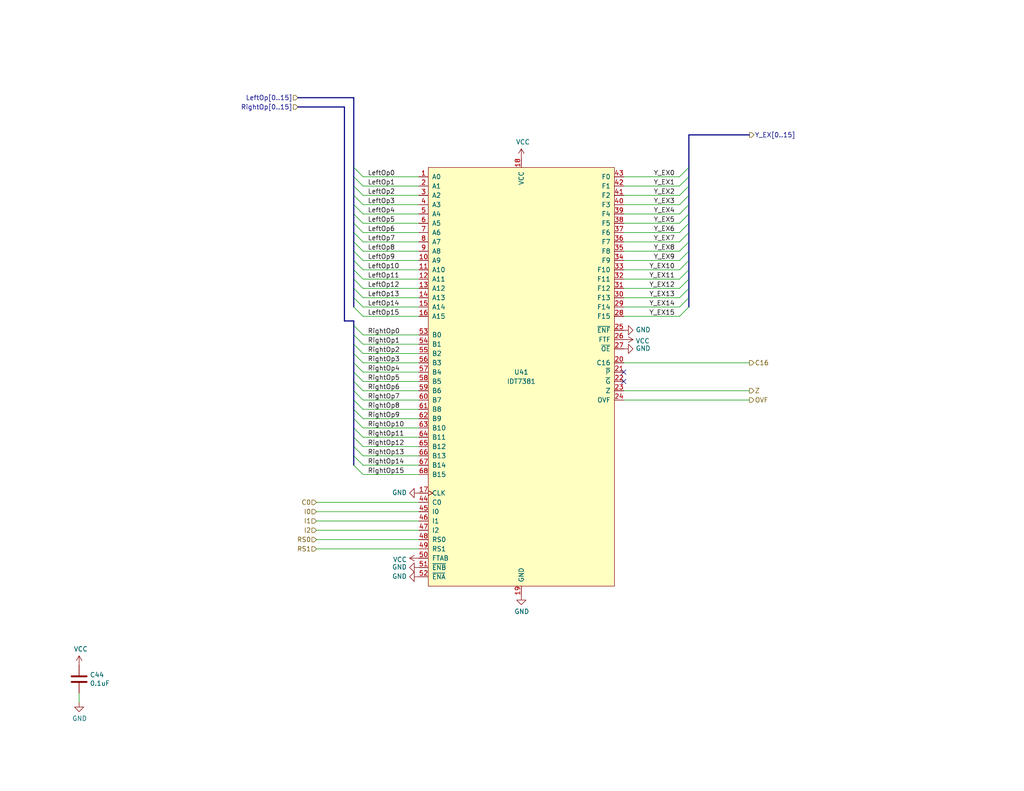
<source format=kicad_sch>
(kicad_sch (version 20230121) (generator eeschema)
  (paper "USLetter")
  (title_block (title "ALU") (date "2023-11-25") (rev "A") (comment 2 "are latched in registers in other parts of the circuit.") (comment 3 "This is configured for pure combinatorial operation where operands and outputs") (comment 4 "The ALU is built around the IDT 7381 sixteen-bit monolithic ALU IC."))
  (lib_symbols
    (symbol "Device:C" (pin_numbers hide) (pin_names (offset 0.254))
      (property "Reference" "C" (at 0.635 2.54 0))
      (property "Value" "C" (at 0.635 -2.54 0))
      (symbol "C_0_1"
        (polyline (pts (xy -2.032 -0.762) (xy 2.032 -0.762)) (stroke (width 0.508)))
        (polyline (pts (xy -2.032 0.762) (xy 2.032 0.762)) (stroke (width 0.508)))
      )
      (symbol "C_1_1"
        (pin passive line (at 0 3.81 270) (length 2.794) (name "~") (number "1"))
        (pin passive line (at 0 -3.81 90) (length 2.794) (name "~") (number "2"))
      )
    )
    (symbol "Turtle16:IDT7381" (pin_names (offset 1.016))
      (symbol "IDT7381_0_1"
        (rectangle (start -25.4 57.15) (end 25.4 -57.15) (fill (type background)))
      )
      (symbol "IDT7381_1_1"
        (pin input line (at -27.94 54.61 0) (length 2.54) (name "A0") (number "1"))
        (pin input line (at -27.94 31.75 0) (length 2.54) (name "A9") (number "10"))
        (pin input line (at -27.94 29.21 0) (length 2.54) (name "A10") (number "11"))
        (pin input line (at -27.94 26.67 0) (length 2.54) (name "A11") (number "12"))
        (pin input line (at -27.94 24.13 0) (length 2.54) (name "A12") (number "13"))
        (pin input line (at -27.94 21.59 0) (length 2.54) (name "A13") (number "14"))
        (pin input line (at -27.94 19.05 0) (length 2.54) (name "A14") (number "15"))
        (pin input line (at -27.94 16.51 0) (length 2.54) (name "A15") (number "16"))
        (pin input clock (at -27.94 -31.75 0) (length 2.54) (name "CLK") (number "17"))
        (pin power_in line (at 0 59.69 270) (length 2.54) (name "VCC") (number "18"))
        (pin power_in line (at 0 -59.69 90) (length 2.54) (name "GND") (number "19"))
        (pin input line (at -27.94 52.07 0) (length 2.54) (name "A1") (number "2"))
        (pin output line (at 27.94 3.81 180) (length 2.54) (name "C16") (number "20"))
        (pin output line (at 27.94 1.27 180) (length 2.54) (name "~{P}") (number "21"))
        (pin output line (at 27.94 -1.27 180) (length 2.54) (name "~{G}") (number "22"))
        (pin output line (at 27.94 -3.81 180) (length 2.54) (name "Z") (number "23"))
        (pin output line (at 27.94 -6.35 180) (length 2.54) (name "OVF") (number "24"))
        (pin input line (at 27.94 12.7 180) (length 2.54) (name "~{ENF}") (number "25"))
        (pin input line (at 27.94 10.16 180) (length 2.54) (name "FTF") (number "26"))
        (pin input line (at 27.94 7.62 180) (length 2.54) (name "~{OE}") (number "27"))
        (pin tri_state line (at 27.94 16.51 180) (length 2.54) (name "F15") (number "28"))
        (pin tri_state line (at 27.94 19.05 180) (length 2.54) (name "F14") (number "29"))
        (pin input line (at -27.94 49.53 0) (length 2.54) (name "A2") (number "3"))
        (pin tri_state line (at 27.94 21.59 180) (length 2.54) (name "F13") (number "30"))
        (pin tri_state line (at 27.94 24.13 180) (length 2.54) (name "F12") (number "31"))
        (pin tri_state line (at 27.94 26.67 180) (length 2.54) (name "F11") (number "32"))
        (pin tri_state line (at 27.94 29.21 180) (length 2.54) (name "F10") (number "33"))
        (pin tri_state line (at 27.94 31.75 180) (length 2.54) (name "F9") (number "34"))
        (pin tri_state line (at 27.94 34.29 180) (length 2.54) (name "F8") (number "35"))
        (pin tri_state line (at 27.94 36.83 180) (length 2.54) (name "F7") (number "36"))
        (pin tri_state line (at 27.94 39.37 180) (length 2.54) (name "F6") (number "37"))
        (pin tri_state line (at 27.94 41.91 180) (length 2.54) (name "F5") (number "38"))
        (pin tri_state line (at 27.94 44.45 180) (length 2.54) (name "F4") (number "39"))
        (pin input line (at -27.94 46.99 0) (length 2.54) (name "A3") (number "4"))
        (pin tri_state line (at 27.94 46.99 180) (length 2.54) (name "F3") (number "40"))
        (pin tri_state line (at 27.94 49.53 180) (length 2.54) (name "F2") (number "41"))
        (pin tri_state line (at 27.94 52.07 180) (length 2.54) (name "F1") (number "42"))
        (pin tri_state line (at 27.94 54.61 180) (length 2.54) (name "F0") (number "43"))
        (pin input line (at -27.94 -34.29 0) (length 2.54) (name "C0") (number "44"))
        (pin input line (at -27.94 -36.83 0) (length 2.54) (name "I0") (number "45"))
        (pin input line (at -27.94 -39.37 0) (length 2.54) (name "I1") (number "46"))
        (pin input line (at -27.94 -41.91 0) (length 2.54) (name "I2") (number "47"))
        (pin input line (at -27.94 -44.45 0) (length 2.54) (name "RS0") (number "48"))
        (pin input line (at -27.94 -46.99 0) (length 2.54) (name "RS1") (number "49"))
        (pin input line (at -27.94 44.45 0) (length 2.54) (name "A4") (number "5"))
        (pin input line (at -27.94 -49.53 0) (length 2.54) (name "FTAB") (number "50"))
        (pin input line (at -27.94 -52.07 0) (length 2.54) (name "~{ENB}") (number "51"))
        (pin input line (at -27.94 -54.61 0) (length 2.54) (name "~{ENA}") (number "52"))
        (pin input line (at -27.94 11.43 0) (length 2.54) (name "B0") (number "53"))
        (pin input line (at -27.94 8.89 0) (length 2.54) (name "B1") (number "54"))
        (pin input line (at -27.94 6.35 0) (length 2.54) (name "B2") (number "55"))
        (pin input line (at -27.94 3.81 0) (length 2.54) (name "B3") (number "56"))
        (pin input line (at -27.94 1.27 0) (length 2.54) (name "B4") (number "57"))
        (pin input line (at -27.94 -1.27 0) (length 2.54) (name "B5") (number "58"))
        (pin input line (at -27.94 -3.81 0) (length 2.54) (name "B6") (number "59"))
        (pin input line (at -27.94 41.91 0) (length 2.54) (name "A5") (number "6"))
        (pin input line (at -27.94 -6.35 0) (length 2.54) (name "B7") (number "60"))
        (pin input line (at -27.94 -8.89 0) (length 2.54) (name "B8") (number "61"))
        (pin input line (at -27.94 -11.43 0) (length 2.54) (name "B9") (number "62"))
        (pin input line (at -27.94 -13.97 0) (length 2.54) (name "B10") (number "63"))
        (pin input line (at -27.94 -16.51 0) (length 2.54) (name "B11") (number "64"))
        (pin input line (at -27.94 -19.05 0) (length 2.54) (name "B12") (number "65"))
        (pin input line (at -27.94 -21.59 0) (length 2.54) (name "B13") (number "66"))
        (pin input line (at -27.94 -24.13 0) (length 2.54) (name "B14") (number "67"))
        (pin input line (at -27.94 -26.67 0) (length 2.54) (name "B15") (number "68"))
        (pin input line (at -27.94 39.37 0) (length 2.54) (name "A6") (number "7"))
        (pin input line (at -27.94 36.83 0) (length 2.54) (name "A7") (number "8"))
        (pin input line (at -27.94 34.29 0) (length 2.54) (name "A8") (number "9"))
      )
    )
    (symbol "power:GND" (power) (pin_names (offset 0))
      (property "Value" "GND" (at 0 -3.81 0))
      (symbol "GND_0_1"
        (polyline (pts (xy 0 0) (xy 0 -1.27) (xy 1.27 -1.27) (xy 0 -2.54) (xy -1.27 -1.27) (xy 0 -1.27)))
      )
      (symbol "GND_1_1"
        (pin power_in line (at 0 0 270) (length 0) hide (name "GND") (number "1"))
      )
    )
    (symbol "power:VCC" (power) (pin_names (offset 0))
      (property "Value" "VCC" (at 0 3.81 0))
      (symbol "VCC_0_1"
        (polyline (pts (xy -0.762 1.27) (xy 0 2.54)))
        (polyline (pts (xy 0 0) (xy 0 2.54)))
        (polyline (pts (xy 0 2.54) (xy 0.762 1.27)))
      )
      (symbol "VCC_1_1"
        (pin power_in line (at 0 0 90) (length 0) hide (name "VCC") (number "1"))
      )
    )
  )
  (no_connect (at 170.18 104.14))
  (no_connect (at 170.18 101.6))
  (bus_entry (at 99.06 129.54) (size -2.54 -2.54))
  (bus_entry (at 99.06 66.04) (size -2.54 -2.54))
  (bus_entry (at 99.06 68.58) (size -2.54 -2.54))
  (bus_entry (at 99.06 99.06) (size -2.54 -2.54))
  (bus_entry (at 99.06 81.28) (size -2.54 -2.54))
  (bus_entry (at 99.06 63.5) (size -2.54 -2.54))
  (bus_entry (at 99.06 76.2) (size -2.54 -2.54))
  (bus_entry (at 99.06 55.88) (size -2.54 -2.54))
  (bus_entry (at 99.06 111.76) (size -2.54 -2.54))
  (bus_entry (at 99.06 93.98) (size -2.54 -2.54))
  (bus_entry (at 99.06 73.66) (size -2.54 -2.54))
  (bus_entry (at 99.06 127) (size -2.54 -2.54))
  (bus_entry (at 99.06 83.82) (size -2.54 -2.54))
  (bus_entry (at 99.06 71.12) (size -2.54 -2.54))
  (bus_entry (at 185.42 58.42) (size 2.54 -2.54))
  (bus_entry (at 99.06 48.26) (size -2.54 -2.54))
  (bus_entry (at 185.42 50.8) (size 2.54 -2.54))
  (bus_entry (at 99.06 58.42) (size -2.54 -2.54))
  (bus_entry (at 185.42 83.82) (size 2.54 -2.54))
  (bus_entry (at 99.06 50.8) (size -2.54 -2.54))
  (bus_entry (at 99.06 86.36) (size -2.54 -2.54))
  (bus_entry (at 99.06 78.74) (size -2.54 -2.54))
  (bus_entry (at 185.42 55.88) (size 2.54 -2.54))
  (bus_entry (at 99.06 104.14) (size -2.54 -2.54))
  (bus_entry (at 99.06 121.92) (size -2.54 -2.54))
  (bus_entry (at 99.06 101.6) (size -2.54 -2.54))
  (bus_entry (at 99.06 60.96) (size -2.54 -2.54))
  (bus_entry (at 185.42 78.74) (size 2.54 -2.54))
  (bus_entry (at 99.06 96.52) (size -2.54 -2.54))
  (bus_entry (at 99.06 106.68) (size -2.54 -2.54))
  (bus_entry (at 99.06 116.84) (size -2.54 -2.54))
  (bus_entry (at 99.06 124.46) (size -2.54 -2.54))
  (bus_entry (at 99.06 53.34) (size -2.54 -2.54))
  (bus_entry (at 185.42 76.2) (size 2.54 -2.54))
  (bus_entry (at 185.42 53.34) (size 2.54 -2.54))
  (bus_entry (at 185.42 71.12) (size 2.54 -2.54))
  (bus_entry (at 185.42 73.66) (size 2.54 -2.54))
  (bus_entry (at 99.06 119.38) (size -2.54 -2.54))
  (bus_entry (at 185.42 66.04) (size 2.54 -2.54))
  (bus_entry (at 185.42 81.28) (size 2.54 -2.54))
  (bus_entry (at 185.42 86.36) (size 2.54 -2.54))
  (bus_entry (at 185.42 68.58) (size 2.54 -2.54))
  (bus_entry (at 99.06 109.22) (size -2.54 -2.54))
  (bus_entry (at 185.42 63.5) (size 2.54 -2.54))
  (bus_entry (at 185.42 60.96) (size 2.54 -2.54))
  (bus_entry (at 99.06 114.3) (size -2.54 -2.54))
  (bus_entry (at 99.06 91.44) (size -2.54 -2.54))
  (bus_entry (at 185.42 48.26) (size 2.54 -2.54))
  (bus (pts (xy 187.96 63.5) (xy 187.96 66.04)))
  (bus (pts (xy 96.52 76.2) (xy 96.52 78.74)))
  (wire (pts (xy 185.42 58.42) (xy 170.18 58.42)))
  (wire (pts (xy 99.06 106.68) (xy 114.3 106.68)))
  (bus (pts (xy 187.96 78.74) (xy 187.96 81.28)))
  (wire (pts (xy 21.59 191.77) (xy 21.59 189.23)))
  (wire (pts (xy 185.42 48.26) (xy 170.18 48.26)))
  (bus (pts (xy 187.96 48.26) (xy 187.96 50.8)))
  (wire (pts (xy 185.42 60.96) (xy 170.18 60.96)))
  (wire (pts (xy 170.18 109.22) (xy 204.47 109.22)))
  (bus (pts (xy 187.96 68.58) (xy 187.96 71.12)))
  (bus (pts (xy 187.96 55.88) (xy 187.96 58.42)))
  (wire (pts (xy 185.42 83.82) (xy 170.18 83.82)))
  (bus (pts (xy 96.52 81.28) (xy 96.52 83.82)))
  (wire (pts (xy 99.06 76.2) (xy 114.3 76.2)))
  (bus (pts (xy 93.98 87.63) (xy 96.52 87.63)))
  (bus (pts (xy 187.96 45.72) (xy 187.96 48.26)))
  (bus (pts (xy 187.96 58.42) (xy 187.96 60.96)))
  (bus (pts (xy 96.52 71.12) (xy 96.52 73.66)))
  (bus (pts (xy 96.52 96.52) (xy 96.52 99.06)))
  (wire (pts (xy 99.06 83.82) (xy 114.3 83.82)))
  (bus (pts (xy 96.52 55.88) (xy 96.52 58.42)))
  (bus (pts (xy 96.52 26.67) (xy 96.52 45.72)))
  (wire (pts (xy 185.42 63.5) (xy 170.18 63.5)))
  (wire (pts (xy 99.06 63.5) (xy 114.3 63.5)))
  (wire (pts (xy 99.06 68.58) (xy 114.3 68.58)))
  (wire (pts (xy 114.3 142.24) (xy 86.36 142.24)))
  (wire (pts (xy 185.42 76.2) (xy 170.18 76.2)))
  (wire (pts (xy 99.06 99.06) (xy 114.3 99.06)))
  (bus (pts (xy 96.52 101.6) (xy 96.52 104.14)))
  (wire (pts (xy 99.06 73.66) (xy 114.3 73.66)))
  (wire (pts (xy 99.06 50.8) (xy 114.3 50.8)))
  (bus (pts (xy 96.52 111.76) (xy 96.52 114.3)))
  (wire (pts (xy 185.42 66.04) (xy 170.18 66.04)))
  (bus (pts (xy 96.52 58.42) (xy 96.52 60.96)))
  (bus (pts (xy 96.52 63.5) (xy 96.52 66.04)))
  (bus (pts (xy 187.96 73.66) (xy 187.96 76.2)))
  (bus (pts (xy 96.52 60.96) (xy 96.52 63.5)))
  (wire (pts (xy 99.06 78.74) (xy 114.3 78.74)))
  (wire (pts (xy 99.06 109.22) (xy 114.3 109.22)))
  (wire (pts (xy 99.06 58.42) (xy 114.3 58.42)))
  (bus (pts (xy 96.52 99.06) (xy 96.52 101.6)))
  (bus (pts (xy 96.52 50.8) (xy 96.52 53.34)))
  (wire (pts (xy 185.42 86.36) (xy 170.18 86.36)))
  (wire (pts (xy 185.42 53.34) (xy 170.18 53.34)))
  (bus (pts (xy 96.52 66.04) (xy 96.52 68.58)))
  (bus (pts (xy 96.52 119.38) (xy 96.52 121.92)))
  (wire (pts (xy 99.06 71.12) (xy 114.3 71.12)))
  (wire (pts (xy 99.06 116.84) (xy 114.3 116.84)))
  (bus (pts (xy 96.52 87.63) (xy 96.52 88.9)))
  (bus (pts (xy 96.52 68.58) (xy 96.52 71.12)))
  (bus (pts (xy 96.52 48.26) (xy 96.52 50.8)))
  (wire (pts (xy 99.06 124.46) (xy 114.3 124.46)))
  (wire (pts (xy 99.06 101.6) (xy 114.3 101.6)))
  (bus (pts (xy 187.96 76.2) (xy 187.96 78.74)))
  (wire (pts (xy 185.42 73.66) (xy 170.18 73.66)))
  (wire (pts (xy 99.06 121.92) (xy 114.3 121.92)))
  (wire (pts (xy 99.06 48.26) (xy 114.3 48.26)))
  (wire (pts (xy 99.06 91.44) (xy 114.3 91.44)))
  (bus (pts (xy 96.52 124.46) (xy 96.52 127)))
  (bus (pts (xy 96.52 93.98) (xy 96.52 96.52)))
  (bus (pts (xy 187.96 36.83) (xy 187.96 45.72)))
  (bus (pts (xy 96.52 116.84) (xy 96.52 119.38)))
  (bus (pts (xy 96.52 88.9) (xy 96.52 91.44)))
  (bus (pts (xy 96.52 73.66) (xy 96.52 76.2)))
  (wire (pts (xy 99.06 111.76) (xy 114.3 111.76)))
  (wire (pts (xy 99.06 93.98) (xy 114.3 93.98)))
  (bus (pts (xy 96.52 104.14) (xy 96.52 106.68)))
  (wire (pts (xy 170.18 106.68) (xy 204.47 106.68)))
  (wire (pts (xy 99.06 81.28) (xy 114.3 81.28)))
  (bus (pts (xy 96.52 78.74) (xy 96.52 81.28)))
  (wire (pts (xy 99.06 127) (xy 114.3 127)))
  (bus (pts (xy 96.52 45.72) (xy 96.52 48.26)))
  (bus (pts (xy 204.47 36.83) (xy 187.96 36.83)))
  (bus (pts (xy 187.96 50.8) (xy 187.96 53.34)))
  (wire (pts (xy 185.42 68.58) (xy 170.18 68.58)))
  (bus (pts (xy 187.96 71.12) (xy 187.96 73.66)))
  (bus (pts (xy 187.96 66.04) (xy 187.96 68.58)))
  (wire (pts (xy 99.06 66.04) (xy 114.3 66.04)))
  (bus (pts (xy 96.52 53.34) (xy 96.52 55.88)))
  (wire (pts (xy 185.42 50.8) (xy 170.18 50.8)))
  (bus (pts (xy 96.52 109.22) (xy 96.52 111.76)))
  (wire (pts (xy 99.06 86.36) (xy 114.3 86.36)))
  (bus (pts (xy 187.96 81.28) (xy 187.96 83.82)))
  (bus (pts (xy 93.98 29.21) (xy 93.98 87.63)))
  (wire (pts (xy 185.42 81.28) (xy 170.18 81.28)))
  (bus (pts (xy 96.52 106.68) (xy 96.52 109.22)))
  (wire (pts (xy 99.06 96.52) (xy 114.3 96.52)))
  (wire (pts (xy 185.42 78.74) (xy 170.18 78.74)))
  (bus (pts (xy 96.52 114.3) (xy 96.52 116.84)))
  (wire (pts (xy 86.36 137.16) (xy 114.3 137.16)))
  (bus (pts (xy 96.52 121.92) (xy 96.52 124.46)))
  (wire (pts (xy 99.06 114.3) (xy 114.3 114.3)))
  (wire (pts (xy 99.06 119.38) (xy 114.3 119.38)))
  (wire (pts (xy 99.06 104.14) (xy 114.3 104.14)))
  (wire (pts (xy 99.06 55.88) (xy 114.3 55.88)))
  (wire (pts (xy 114.3 144.78) (xy 86.36 144.78)))
  (wire (pts (xy 99.06 60.96) (xy 114.3 60.96)))
  (wire (pts (xy 114.3 147.32) (xy 86.36 147.32)))
  (wire (pts (xy 114.3 139.7) (xy 86.36 139.7)))
  (wire (pts (xy 170.18 99.06) (xy 204.47 99.06)))
  (bus (pts (xy 93.98 29.21) (xy 81.28 29.21)))
  (wire (pts (xy 114.3 149.86) (xy 86.36 149.86)))
  (wire (pts (xy 99.06 129.54) (xy 114.3 129.54)))
  (wire (pts (xy 99.06 53.34) (xy 114.3 53.34)))
  (wire (pts (xy 185.42 55.88) (xy 170.18 55.88)))
  (bus (pts (xy 96.52 91.44) (xy 96.52 93.98)))
  (wire (pts (xy 185.42 71.12) (xy 170.18 71.12)))
  (bus (pts (xy 187.96 53.34) (xy 187.96 55.88)))
  (bus (pts (xy 96.52 26.67) (xy 81.28 26.67)))
  (bus (pts (xy 187.96 60.96) (xy 187.96 63.5)))
  (label "RightOp13" (at 100.33 124.46 0))
  (label "RightOp2" (at 100.33 96.52 0))
  (label "Y_EX6" (at 184.15 63.5 180))
  (label "Y_EX3" (at 184.15 55.88 180))
  (label "Y_EX14" (at 184.15 83.82 180))
  (label "Y_EX13" (at 184.15 81.28 180))
  (label "Y_EX11" (at 184.15 76.2 180))
  (label "RightOp14" (at 100.33 127 0))
  (label "LeftOp11" (at 100.33 76.2 0))
  (label "LeftOp15" (at 100.33 86.36 0))
  (label "LeftOp0" (at 100.33 48.26 0))
  (label "Y_EX5" (at 184.15 60.96 180))
  (label "RightOp3" (at 100.33 99.06 0))
  (label "LeftOp9" (at 100.33 71.12 0))
  (label "RightOp1" (at 100.33 93.98 0))
  (label "RightOp11" (at 100.33 119.38 0))
  (label "LeftOp6" (at 100.33 63.5 0))
  (label "LeftOp13" (at 100.33 81.28 0))
  (label "LeftOp10" (at 100.33 73.66 0))
  (label "RightOp0" (at 100.33 91.44 0))
  (label "RightOp5" (at 100.33 104.14 0))
  (label "Y_EX10" (at 184.15 73.66 180))
  (label "RightOp7" (at 100.33 109.22 0))
  (label "LeftOp1" (at 100.33 50.8 0))
  (label "Y_EX4" (at 184.15 58.42 180))
  (label "Y_EX9" (at 184.15 71.12 180))
  (label "Y_EX7" (at 184.15 66.04 180))
  (label "Y_EX1" (at 184.15 50.8 180))
  (label "LeftOp12" (at 100.33 78.74 0))
  (label "Y_EX8" (at 184.15 68.58 180))
  (label "Y_EX2" (at 184.15 53.34 180))
  (label "Y_EX12" (at 184.15 78.74 180))
  (label "RightOp10" (at 100.33 116.84 0))
  (label "LeftOp4" (at 100.33 58.42 0))
  (label "LeftOp14" (at 100.33 83.82 0))
  (label "LeftOp3" (at 100.33 55.88 0))
  (label "RightOp9" (at 100.33 114.3 0))
  (label "Y_EX0" (at 184.15 48.26 180))
  (label "Y_EX15" (at 184.15 86.36 180))
  (label "LeftOp2" (at 100.33 53.34 0))
  (label "LeftOp5" (at 100.33 60.96 0))
  (label "RightOp12" (at 100.33 121.92 0))
  (label "RightOp4" (at 100.33 101.6 0))
  (label "RightOp8" (at 100.33 111.76 0))
  (label "RightOp6" (at 100.33 106.68 0))
  (label "RightOp15" (at 100.33 129.54 0))
  (label "LeftOp8" (at 100.33 68.58 0))
  (label "LeftOp7" (at 100.33 66.04 0))
  (hierarchical_label "Y_EX[0..15]" (shape output) (at 204.47 36.83 0))
  (hierarchical_label "RS0" (shape input) (at 86.36 147.32 180))
  (hierarchical_label "Z" (shape output) (at 204.47 106.68 0))
  (hierarchical_label "RightOp[0..15]" (shape input) (at 81.28 29.21 180))
  (hierarchical_label "RS1" (shape input) (at 86.36 149.86 180))
  (hierarchical_label "I1" (shape input) (at 86.36 142.24 180))
  (hierarchical_label "I2" (shape input) (at 86.36 144.78 180))
  (hierarchical_label "C16" (shape output) (at 204.47 99.06 0))
  (hierarchical_label "LeftOp[0..15]" (shape input) (at 81.28 26.67 180))
  (hierarchical_label "C0" (shape input) (at 86.36 137.16 180))
  (hierarchical_label "I0" (shape input) (at 86.36 139.7 180))
  (hierarchical_label "OVF" (shape output) (at 204.47 109.22 0))
  (symbol (lib_id "Device:C") (at 21.59 185.42 0) (unit 1)
    (property "Reference" "C44" (at 24.511 184.2516 0) (effects (justify left)))
    (property "Value" "0.1uF" (at 24.511 186.563 0) (effects (justify left)))
    (property "Footprint" "Capacitor_SMD:C_0603_1608Metric" (effects hide))
    (property "Datasheet" "https://www.mouser.com/datasheet/2/396/taiyo_yuden_12132018_mlcc11_hq_e-1510082.pdf" (effects hide))
    (property "Manufacturer" "Taiyo Yuden" (effects hide))
    (property "Manufacturer#" "EMK107B7104KAHT" (effects hide))
    (property "Mouser#" "963-EMK107B7104KAHT" (effects hide))
    (property "Digikey#" "587-6004-1-ND" (effects hide))
  )
  (symbol (lib_id "power:VCC") (at 21.59 181.61 0) (unit 1)
    (property "Reference" "#PWR0285" (effects hide))
    (property "Value" "VCC" (at 22.0218 177.2158 0))
  )
  (symbol (lib_id "power:GND") (at 21.59 191.77 0) (unit 1)
    (property "Reference" "#PWR0286" (effects hide))
    (property "Value" "GND" (at 21.717 196.1642 0))
  )
  (symbol (lib_id "Turtle16:IDT7381") (at 142.24 102.87 0) (unit 1)
    (property "Reference" "U41" (at 142.24 101.6 0))
    (property "Value" "IDT7381" (at 142.24 104.14 0))
    (property "Footprint" "Package_LCC:PLCC-68_SMD-Socket" (effects hide))
    (property "Datasheet" "https://www.mouser.com/datasheet/2/1/62074255ead63bd7ee299038194cccf20f500ef4-2950939.pdf" (effects hide))
    (property "Manufacturer" "3M" (effects hide))
    (property "Manufacturer#" "8468-21B1-RK-TP" (effects hide))
    (property "Mouser#" "517-8468-21B1-RK-TP" (effects hide))
    (property "Digikey#" "3M6821B1-ND" (effects hide))
  )
  (symbol (lib_id "power:VCC") (at 142.24 43.18 0) (unit 1)
    (property "Reference" "#PWR0291" (effects hide))
    (property "Value" "VCC" (at 142.6718 38.7858 0))
  )
  (symbol (lib_id "power:GND") (at 142.24 162.56 0) (unit 1)
    (property "Reference" "#PWR0292" (effects hide))
    (property "Value" "GND" (at 142.367 166.9542 0))
  )
  (symbol (lib_id "power:GND") (at 170.18 90.17 90) (unit 1)
    (property "Reference" "#PWR0293" (effects hide))
    (property "Value" "GND" (at 173.4312 90.043 90) (effects (justify right)))
  )
  (symbol (lib_id "power:GND") (at 114.3 154.94 270) (mirror x) (unit 1)
    (property "Reference" "#PWR0289" (effects hide))
    (property "Value" "GND" (at 111.0488 154.813 90) (effects (justify right)))
  )
  (symbol (lib_id "power:GND") (at 114.3 157.48 270) (mirror x) (unit 1)
    (property "Reference" "#PWR0290" (effects hide))
    (property "Value" "GND" (at 111.0488 157.353 90) (effects (justify right)))
  )
  (symbol (lib_id "power:VCC") (at 170.18 92.71 270) (unit 1)
    (property "Reference" "#PWR0294" (effects hide))
    (property "Value" "VCC" (at 173.4312 93.091 90) (effects (justify left)))
  )
  (symbol (lib_id "power:GND") (at 114.3 134.62 270) (mirror x) (unit 1)
    (property "Reference" "#PWR0287" (effects hide))
    (property "Value" "GND" (at 111.0488 134.493 90) (effects (justify right)))
  )
  (symbol (lib_id "power:VCC") (at 114.3 152.4 90) (mirror x) (unit 1)
    (property "Reference" "#PWR0288" (effects hide))
    (property "Value" "VCC" (at 111.0488 152.781 90) (effects (justify left)))
  )
  (symbol (lib_id "power:GND") (at 170.18 95.25 90) (unit 1)
    (property "Reference" "#PWR0295" (effects hide))
    (property "Value" "GND" (at 173.4312 95.123 90) (effects (justify right)))
  )
)
</source>
